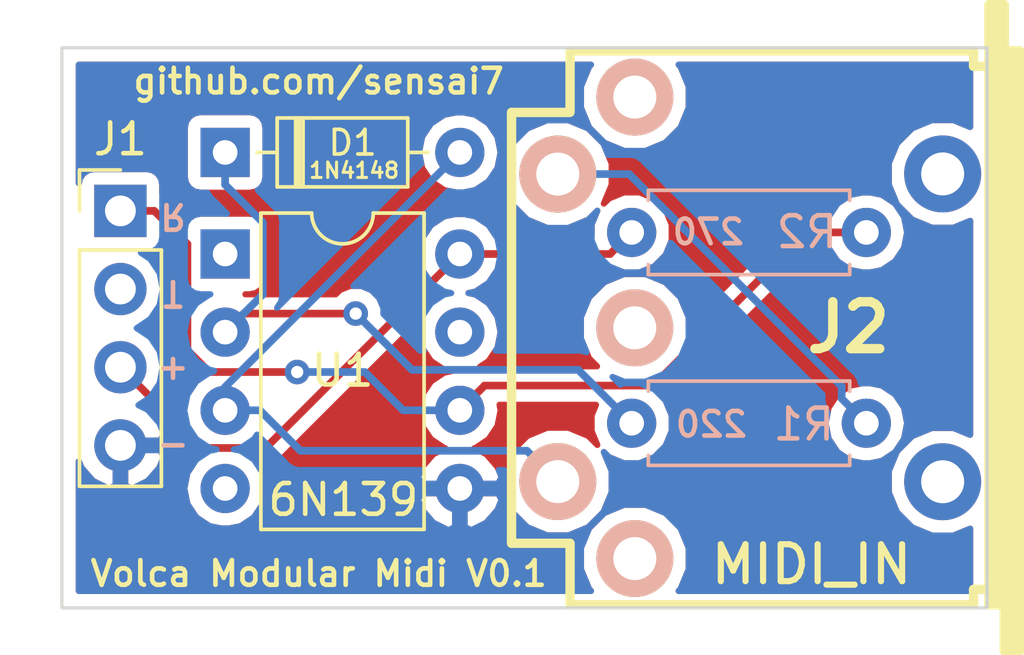
<source format=kicad_pcb>
(kicad_pcb (version 20171130) (host pcbnew "(5.0.2)-1")

  (general
    (thickness 1.6)
    (drawings 10)
    (tracks 44)
    (zones 0)
    (modules 6)
    (nets 14)
  )

  (page A4)
  (layers
    (0 F.Cu signal)
    (31 B.Cu signal)
    (32 B.Adhes user)
    (33 F.Adhes user)
    (34 B.Paste user)
    (35 F.Paste user)
    (36 B.SilkS user)
    (37 F.SilkS user)
    (38 B.Mask user)
    (39 F.Mask user)
    (40 Dwgs.User user)
    (41 Cmts.User user)
    (42 Eco1.User user)
    (43 Eco2.User user)
    (44 Edge.Cuts user)
    (45 Margin user)
    (46 B.CrtYd user)
    (47 F.CrtYd user)
    (48 B.Fab user)
    (49 F.Fab user)
  )

  (setup
    (last_trace_width 0.25)
    (trace_clearance 0.3)
    (zone_clearance 0.4)
    (zone_45_only no)
    (trace_min 0.2)
    (segment_width 0.1)
    (edge_width 0.1)
    (via_size 0.8)
    (via_drill 0.4)
    (via_min_size 0.4)
    (via_min_drill 0.3)
    (uvia_size 0.3)
    (uvia_drill 0.1)
    (uvias_allowed no)
    (uvia_min_size 0.2)
    (uvia_min_drill 0.1)
    (pcb_text_width 0.3)
    (pcb_text_size 1.5 1.5)
    (mod_edge_width 0.15)
    (mod_text_size 1 1)
    (mod_text_width 0.15)
    (pad_size 1.524 1.524)
    (pad_drill 0.762)
    (pad_to_mask_clearance 0.051)
    (solder_mask_min_width 0.25)
    (aux_axis_origin 0 0)
    (visible_elements FFFFFF7F)
    (pcbplotparams
      (layerselection 0x010fc_ffffffff)
      (usegerberextensions false)
      (usegerberattributes false)
      (usegerberadvancedattributes false)
      (creategerberjobfile false)
      (excludeedgelayer true)
      (linewidth 0.100000)
      (plotframeref false)
      (viasonmask false)
      (mode 1)
      (useauxorigin false)
      (hpglpennumber 1)
      (hpglpenspeed 20)
      (hpglpendiameter 15.000000)
      (psnegative false)
      (psa4output false)
      (plotreference true)
      (plotvalue true)
      (plotinvisibletext false)
      (padsonsilk false)
      (subtractmaskfromsilk false)
      (outputformat 1)
      (mirror false)
      (drillshape 0)
      (scaleselection 1)
      (outputdirectory "Gerber/"))
  )

  (net 0 "")
  (net 1 "Net-(D1-Pad1)")
  (net 2 "Net-(D1-Pad2)")
  (net 3 "Net-(J2-Pad3)")
  (net 4 "Net-(J2-Pad4)")
  (net 5 "Net-(J2-Pad2)")
  (net 6 "Net-(J2-Pad1)")
  (net 7 RX)
  (net 8 VCC)
  (net 9 "Net-(U1-Pad1)")
  (net 10 GND)
  (net 11 "Net-(U1-Pad7)")
  (net 12 "Net-(U1-Pad4)")
  (net 13 TX)

  (net_class Default "This is the default net class."
    (clearance 0.3)
    (trace_width 0.25)
    (via_dia 0.8)
    (via_drill 0.4)
    (uvia_dia 0.3)
    (uvia_drill 0.1)
    (add_net GND)
    (add_net "Net-(D1-Pad1)")
    (add_net "Net-(D1-Pad2)")
    (add_net "Net-(J2-Pad1)")
    (add_net "Net-(J2-Pad2)")
    (add_net "Net-(J2-Pad3)")
    (add_net "Net-(J2-Pad4)")
    (add_net "Net-(U1-Pad1)")
    (add_net "Net-(U1-Pad4)")
    (add_net "Net-(U1-Pad7)")
    (add_net RX)
    (add_net TX)
    (add_net VCC)
  )

  (module Connector_PinHeader_2.54mm:PinHeader_1x04_P2.54mm_Vertical (layer F.Cu) (tedit 59FED5CC) (tstamp 5CD05DEA)
    (at 118.861596 111.81355)
    (descr "Through hole straight pin header, 1x04, 2.54mm pitch, single row")
    (tags "Through hole pin header THT 1x04 2.54mm single row")
    (path /5CD054D4)
    (fp_text reference J1 (at 0 -2.33) (layer F.SilkS)
      (effects (font (size 1 1) (thickness 0.15)))
    )
    (fp_text value Conn_01x04_Male (at -3.061596 3.88645 90) (layer F.Fab)
      (effects (font (size 1 1) (thickness 0.15)))
    )
    (fp_line (start -0.635 -1.27) (end 1.27 -1.27) (layer F.Fab) (width 0.1))
    (fp_line (start 1.27 -1.27) (end 1.27 8.89) (layer F.Fab) (width 0.1))
    (fp_line (start 1.27 8.89) (end -1.27 8.89) (layer F.Fab) (width 0.1))
    (fp_line (start -1.27 8.89) (end -1.27 -0.635) (layer F.Fab) (width 0.1))
    (fp_line (start -1.27 -0.635) (end -0.635 -1.27) (layer F.Fab) (width 0.1))
    (fp_line (start -1.33 8.95) (end 1.33 8.95) (layer F.SilkS) (width 0.12))
    (fp_line (start -1.33 1.27) (end -1.33 8.95) (layer F.SilkS) (width 0.12))
    (fp_line (start 1.33 1.27) (end 1.33 8.95) (layer F.SilkS) (width 0.12))
    (fp_line (start -1.33 1.27) (end 1.33 1.27) (layer F.SilkS) (width 0.12))
    (fp_line (start -1.33 0) (end -1.33 -1.33) (layer F.SilkS) (width 0.12))
    (fp_line (start -1.33 -1.33) (end 0 -1.33) (layer F.SilkS) (width 0.12))
    (fp_line (start -1.8 -1.8) (end -1.8 9.4) (layer F.CrtYd) (width 0.05))
    (fp_line (start -1.8 9.4) (end 1.8 9.4) (layer F.CrtYd) (width 0.05))
    (fp_line (start 1.8 9.4) (end 1.8 -1.8) (layer F.CrtYd) (width 0.05))
    (fp_line (start 1.8 -1.8) (end -1.8 -1.8) (layer F.CrtYd) (width 0.05))
    (fp_text user %R (at 0 3.81 90) (layer F.Fab)
      (effects (font (size 1 1) (thickness 0.15)))
    )
    (pad 1 thru_hole rect (at 0 0) (size 1.7 1.7) (drill 1) (layers *.Cu *.Mask)
      (net 7 RX))
    (pad 2 thru_hole oval (at 0 2.54) (size 1.7 1.7) (drill 1) (layers *.Cu *.Mask)
      (net 13 TX))
    (pad 3 thru_hole oval (at 0 5.08) (size 1.7 1.7) (drill 1) (layers *.Cu *.Mask)
      (net 8 VCC))
    (pad 4 thru_hole oval (at 0 7.62) (size 1.7 1.7) (drill 1) (layers *.Cu *.Mask)
      (net 10 GND))
    (model ${KISYS3DMOD}/Connector_PinHeader_2.54mm.3dshapes/PinHeader_1x04_P2.54mm_Vertical.wrl
      (at (xyz 0 0 0))
      (scale (xyz 1 1 1))
      (rotate (xyz 0 0 0))
    )
  )

  (module Package_DIP:DIP-8_W7.62mm (layer F.Cu) (tedit 5CD05E3A) (tstamp 5CD05D96)
    (at 122.261596 113.21355)
    (descr "8-lead though-hole mounted DIP package, row spacing 7.62 mm (300 mils)")
    (tags "THT DIP DIL PDIP 2.54mm 7.62mm 300mil")
    (path /5CD056DD)
    (fp_text reference U1 (at 3.81 3.78645) (layer F.SilkS)
      (effects (font (size 1 1) (thickness 0.15)))
    )
    (fp_text value 6N139 (at 3.838404 7.98645) (layer F.SilkS)
      (effects (font (size 1 1) (thickness 0.15)))
    )
    (fp_arc (start 3.81 -1.33) (end 2.81 -1.33) (angle -180) (layer F.SilkS) (width 0.12))
    (fp_line (start 1.635 -1.27) (end 6.985 -1.27) (layer F.Fab) (width 0.1))
    (fp_line (start 6.985 -1.27) (end 6.985 8.89) (layer F.Fab) (width 0.1))
    (fp_line (start 6.985 8.89) (end 0.635 8.89) (layer F.Fab) (width 0.1))
    (fp_line (start 0.635 8.89) (end 0.635 -0.27) (layer F.Fab) (width 0.1))
    (fp_line (start 0.635 -0.27) (end 1.635 -1.27) (layer F.Fab) (width 0.1))
    (fp_line (start 2.81 -1.33) (end 1.16 -1.33) (layer F.SilkS) (width 0.12))
    (fp_line (start 1.16 -1.33) (end 1.16 8.95) (layer F.SilkS) (width 0.12))
    (fp_line (start 1.16 8.95) (end 6.46 8.95) (layer F.SilkS) (width 0.12))
    (fp_line (start 6.46 8.95) (end 6.46 -1.33) (layer F.SilkS) (width 0.12))
    (fp_line (start 6.46 -1.33) (end 4.81 -1.33) (layer F.SilkS) (width 0.12))
    (fp_line (start -1.1 -1.55) (end -1.1 9.15) (layer F.CrtYd) (width 0.05))
    (fp_line (start -1.1 9.15) (end 8.7 9.15) (layer F.CrtYd) (width 0.05))
    (fp_line (start 8.7 9.15) (end 8.7 -1.55) (layer F.CrtYd) (width 0.05))
    (fp_line (start 8.7 -1.55) (end -1.1 -1.55) (layer F.CrtYd) (width 0.05))
    (fp_text user %R (at 3.81 3.81) (layer F.Fab)
      (effects (font (size 1 1) (thickness 0.15)))
    )
    (pad 1 thru_hole rect (at 0 0) (size 1.6 1.6) (drill 0.8) (layers *.Cu *.Mask)
      (net 9 "Net-(U1-Pad1)"))
    (pad 5 thru_hole oval (at 7.62 7.62) (size 1.6 1.6) (drill 0.8) (layers *.Cu *.Mask)
      (net 10 GND))
    (pad 2 thru_hole oval (at 0 2.54) (size 1.6 1.6) (drill 0.8) (layers *.Cu *.Mask)
      (net 1 "Net-(D1-Pad1)"))
    (pad 6 thru_hole oval (at 7.62 5.08) (size 1.6 1.6) (drill 0.8) (layers *.Cu *.Mask)
      (net 7 RX))
    (pad 3 thru_hole oval (at 0 5.08) (size 1.6 1.6) (drill 0.8) (layers *.Cu *.Mask)
      (net 2 "Net-(D1-Pad2)"))
    (pad 7 thru_hole oval (at 7.62 2.54) (size 1.6 1.6) (drill 0.8) (layers *.Cu *.Mask)
      (net 11 "Net-(U1-Pad7)"))
    (pad 4 thru_hole oval (at 0 7.62) (size 1.6 1.6) (drill 0.8) (layers *.Cu *.Mask)
      (net 12 "Net-(U1-Pad4)"))
    (pad 8 thru_hole oval (at 7.62 0) (size 1.6 1.6) (drill 0.8) (layers *.Cu *.Mask)
      (net 8 VCC))
    (model ${KISYS3DMOD}/Package_DIP.3dshapes/DIP-8_W7.62mm.wrl
      (at (xyz 0 0 0))
      (scale (xyz 1 1 1))
      (rotate (xyz 0 0 0))
    )
  )

  (module Resistor_THT:R_Axial_DIN0207_L6.3mm_D2.5mm_P7.62mm_Horizontal (layer B.Cu) (tedit 5CD05ECA) (tstamp 5CD05D7A)
    (at 135.461596 112.51355)
    (descr "Resistor, Axial_DIN0207 series, Axial, Horizontal, pin pitch=7.62mm, 0.25W = 1/4W, length*diameter=6.3*2.5mm^2, http://cdn-reichelt.de/documents/datenblatt/B400/1_4W%23YAG.pdf")
    (tags "Resistor Axial_DIN0207 series Axial Horizontal pin pitch 7.62mm 0.25W = 1/4W length 6.3mm diameter 2.5mm")
    (path /5CD0588D)
    (fp_text reference R2 (at 5.688404 -0.01355) (layer B.SilkS)
      (effects (font (size 1 1) (thickness 0.15)) (justify mirror))
    )
    (fp_text value 270 (at 2.488404 -0.01355) (layer B.SilkS)
      (effects (font (size 0.8 0.8) (thickness 0.15)) (justify mirror))
    )
    (fp_text user %R (at 5.738404 0) (layer B.Fab)
      (effects (font (size 1 1) (thickness 0.15)) (justify mirror))
    )
    (fp_line (start 8.67 1.5) (end -1.05 1.5) (layer B.CrtYd) (width 0.05))
    (fp_line (start 8.67 -1.5) (end 8.67 1.5) (layer B.CrtYd) (width 0.05))
    (fp_line (start -1.05 -1.5) (end 8.67 -1.5) (layer B.CrtYd) (width 0.05))
    (fp_line (start -1.05 1.5) (end -1.05 -1.5) (layer B.CrtYd) (width 0.05))
    (fp_line (start 7.08 -1.37) (end 7.08 -1.04) (layer B.SilkS) (width 0.12))
    (fp_line (start 0.54 -1.37) (end 7.08 -1.37) (layer B.SilkS) (width 0.12))
    (fp_line (start 0.54 -1.04) (end 0.54 -1.37) (layer B.SilkS) (width 0.12))
    (fp_line (start 7.08 1.37) (end 7.08 1.04) (layer B.SilkS) (width 0.12))
    (fp_line (start 0.54 1.37) (end 7.08 1.37) (layer B.SilkS) (width 0.12))
    (fp_line (start 0.54 1.04) (end 0.54 1.37) (layer B.SilkS) (width 0.12))
    (fp_line (start 7.62 0) (end 6.96 0) (layer B.Fab) (width 0.1))
    (fp_line (start 0 0) (end 0.66 0) (layer B.Fab) (width 0.1))
    (fp_line (start 6.96 1.25) (end 0.66 1.25) (layer B.Fab) (width 0.1))
    (fp_line (start 6.96 -1.25) (end 6.96 1.25) (layer B.Fab) (width 0.1))
    (fp_line (start 0.66 -1.25) (end 6.96 -1.25) (layer B.Fab) (width 0.1))
    (fp_line (start 0.66 1.25) (end 0.66 -1.25) (layer B.Fab) (width 0.1))
    (pad 2 thru_hole oval (at 7.62 0) (size 1.6 1.6) (drill 0.8) (layers *.Cu *.Mask)
      (net 7 RX))
    (pad 1 thru_hole circle (at 0 0) (size 1.6 1.6) (drill 0.8) (layers *.Cu *.Mask)
      (net 8 VCC))
    (model ${KISYS3DMOD}/Resistor_THT.3dshapes/R_Axial_DIN0207_L6.3mm_D2.5mm_P7.62mm_Horizontal.wrl
      (at (xyz 0 0 0))
      (scale (xyz 1 1 1))
      (rotate (xyz 0 0 0))
    )
  )

  (module Resistor_THT:R_Axial_DIN0207_L6.3mm_D2.5mm_P7.62mm_Horizontal (layer B.Cu) (tedit 5CD05ECF) (tstamp 5CD05D63)
    (at 135.461596 118.71355)
    (descr "Resistor, Axial_DIN0207 series, Axial, Horizontal, pin pitch=7.62mm, 0.25W = 1/4W, length*diameter=6.3*2.5mm^2, http://cdn-reichelt.de/documents/datenblatt/B400/1_4W%23YAG.pdf")
    (tags "Resistor Axial_DIN0207 series Axial Horizontal pin pitch 7.62mm 0.25W = 1/4W length 6.3mm diameter 2.5mm")
    (path /5CD057EB)
    (fp_text reference R1 (at 5.588404 0.03645) (layer B.SilkS)
      (effects (font (size 1 1) (thickness 0.15)) (justify mirror))
    )
    (fp_text value 220 (at 2.588404 0.03645) (layer B.SilkS)
      (effects (font (size 0.8 0.8) (thickness 0.15)) (justify mirror))
    )
    (fp_line (start 0.66 1.25) (end 0.66 -1.25) (layer B.Fab) (width 0.1))
    (fp_line (start 0.66 -1.25) (end 6.96 -1.25) (layer B.Fab) (width 0.1))
    (fp_line (start 6.96 -1.25) (end 6.96 1.25) (layer B.Fab) (width 0.1))
    (fp_line (start 6.96 1.25) (end 0.66 1.25) (layer B.Fab) (width 0.1))
    (fp_line (start 0 0) (end 0.66 0) (layer B.Fab) (width 0.1))
    (fp_line (start 7.62 0) (end 6.96 0) (layer B.Fab) (width 0.1))
    (fp_line (start 0.54 1.04) (end 0.54 1.37) (layer B.SilkS) (width 0.12))
    (fp_line (start 0.54 1.37) (end 7.08 1.37) (layer B.SilkS) (width 0.12))
    (fp_line (start 7.08 1.37) (end 7.08 1.04) (layer B.SilkS) (width 0.12))
    (fp_line (start 0.54 -1.04) (end 0.54 -1.37) (layer B.SilkS) (width 0.12))
    (fp_line (start 0.54 -1.37) (end 7.08 -1.37) (layer B.SilkS) (width 0.12))
    (fp_line (start 7.08 -1.37) (end 7.08 -1.04) (layer B.SilkS) (width 0.12))
    (fp_line (start -1.05 1.5) (end -1.05 -1.5) (layer B.CrtYd) (width 0.05))
    (fp_line (start -1.05 -1.5) (end 8.67 -1.5) (layer B.CrtYd) (width 0.05))
    (fp_line (start 8.67 -1.5) (end 8.67 1.5) (layer B.CrtYd) (width 0.05))
    (fp_line (start 8.67 1.5) (end -1.05 1.5) (layer B.CrtYd) (width 0.05))
    (fp_text user %R (at 5.538404 0.08645) (layer B.Fab)
      (effects (font (size 1 1) (thickness 0.15)) (justify mirror))
    )
    (pad 1 thru_hole circle (at 0 0) (size 1.6 1.6) (drill 0.8) (layers *.Cu *.Mask)
      (net 1 "Net-(D1-Pad1)"))
    (pad 2 thru_hole oval (at 7.62 0) (size 1.6 1.6) (drill 0.8) (layers *.Cu *.Mask)
      (net 4 "Net-(J2-Pad4)"))
    (model ${KISYS3DMOD}/Resistor_THT.3dshapes/R_Axial_DIN0207_L6.3mm_D2.5mm_P7.62mm_Horizontal.wrl
      (at (xyz 0 0 0))
      (scale (xyz 1 1 1))
      (rotate (xyz 0 0 0))
    )
  )

  (module SensaiLib:din-5 (layer F.Cu) (tedit 5CD05871) (tstamp 5CD05D4C)
    (at 138.561596 115.61355 90)
    (descr "Din 5 (MIDI), Pro Signal P/N PSG03463")
    (path /5CD053D1)
    (fp_text reference J2 (at 0.01355 3.938404 180) (layer F.SilkS)
      (effects (font (size 1.524 1.524) (thickness 0.3048)))
    )
    (fp_text value MIDI_IN (at -7.68645 2.738404 180) (layer F.SilkS)
      (effects (font (size 1.2 1.2) (thickness 0.2)))
    )
    (fp_line (start -8.99922 8.7503) (end 10.50036 8.7503) (layer F.SilkS) (width 0.3048))
    (fp_line (start 8.99922 8.99922) (end -8.99922 8.99922) (layer F.SilkS) (width 0.3048))
    (fp_line (start -10.50036 9.25068) (end 8.99922 9.25068) (layer F.SilkS) (width 0.3048))
    (fp_line (start -8.99922 -5.08) (end -8.99922 8.001) (layer F.SilkS) (width 0.3048))
    (fp_line (start -7 -7.00024) (end 7 -7.00024) (layer F.SilkS) (width 0.3048))
    (fp_line (start 8.99922 -5.08) (end 8.99922 8.001) (layer F.SilkS) (width 0.3048))
    (fp_line (start 10.50036 8.99922) (end 8.99922 8.99922) (layer F.SilkS) (width 0.3048))
    (fp_line (start 8.99922 8.99922) (end 8.99922 9.4996) (layer F.SilkS) (width 0.3048))
    (fp_line (start 8.99922 9.4996) (end -10.50036 9.4996) (layer F.SilkS) (width 0.3048))
    (fp_line (start -10.50036 8.99922) (end -8.99922 8.99922) (layer F.SilkS) (width 0.3048))
    (fp_line (start -8.99922 8.99922) (end -8.99922 8.49884) (layer F.SilkS) (width 0.3048))
    (fp_line (start -8.99922 8.49884) (end 10.50036 8.49884) (layer F.SilkS) (width 0.3048))
    (fp_line (start 8.99922 8.001) (end 8.49884 8.001) (layer F.SilkS) (width 0.3048))
    (fp_line (start -8.99922 8.001) (end -8.49884 8.001) (layer F.SilkS) (width 0.3048))
    (fp_line (start 8.49884 8.49884) (end 8.49884 8.001) (layer F.SilkS) (width 0.3048))
    (fp_line (start -8.49884 8.001) (end -8.49884 8.49884) (layer F.SilkS) (width 0.3048))
    (fp_line (start -10.50036 9.4996) (end -10.50036 8.99922) (layer F.SilkS) (width 0.3048))
    (fp_line (start 10.50036 8.49884) (end 10.50036 8.99922) (layer F.SilkS) (width 0.3048))
    (fp_line (start -8.99 -5.10024) (end -7 -5.10024) (layer F.SilkS) (width 0.3048))
    (fp_line (start 7.01 -5.10024) (end 9 -5.10024) (layer F.SilkS) (width 0.3048))
    (fp_line (start -7.00024 -5.11) (end -7.00024 -7) (layer F.SilkS) (width 0.3048))
    (fp_line (start 6.99976 -5.11) (end 6.99976 -7) (layer F.SilkS) (width 0.3048))
    (pad 3 thru_hole circle (at -7.49808 -2.9972 90) (size 2.49936 2.49936) (drill 1.397) (layers *.Cu *.SilkS *.Mask)
      (net 3 "Net-(J2-Pad3)"))
    (pad 4 thru_hole circle (at 4.99618 -5.4991 90) (size 2.49936 2.49936) (drill 1.397) (layers *.Cu *.SilkS *.Mask)
      (net 4 "Net-(J2-Pad4)"))
    (pad 2 thru_hole circle (at 0 -2.99974 90) (size 2.49936 2.49936) (drill 1.397) (layers *.Cu *.SilkS *.Mask)
      (net 5 "Net-(J2-Pad2)"))
    (pad 1 thru_hole circle (at 7.49808 -2.9972 90) (size 2.49936 2.49936) (drill 1.397) (layers *.Cu *.SilkS *.Mask)
      (net 6 "Net-(J2-Pad1)"))
    (pad 5 thru_hole circle (at -4.99618 -5.4991 90) (size 2.49936 2.49936) (drill 1.397) (layers *.Cu *.SilkS *.Mask)
      (net 2 "Net-(D1-Pad2)"))
    (pad "" thru_hole circle (at 5.00126 6.9977 90) (size 2.49936 2.49936) (drill 1.397) (layers *.Cu *.Mask))
    (pad "" thru_hole circle (at -5.00126 6.9977 90) (size 2.49936 2.49936) (drill 1.397) (layers *.Cu *.Mask))
    (model walter/conn_av/din-5.wrl
      (at (xyz 0 0 0))
      (scale (xyz 1 1 1))
      (rotate (xyz 0 0 0))
    )
  )

  (module Diode_THT:D_DO-35_SOD27_P7.62mm_Horizontal (layer F.Cu) (tedit 5CD05EAE) (tstamp 5CD05648)
    (at 122.261596 109.91355)
    (descr "Diode, DO-35_SOD27 series, Axial, Horizontal, pin pitch=7.62mm, , length*diameter=4*2mm^2, , http://www.diodes.com/_files/packages/DO-35.pdf")
    (tags "Diode DO-35_SOD27 series Axial Horizontal pin pitch 7.62mm  length 4mm diameter 2mm")
    (path /5CD058FC)
    (fp_text reference D1 (at 4.138404 -0.31355) (layer F.SilkS)
      (effects (font (size 0.8 0.8) (thickness 0.12)))
    )
    (fp_text value 1N4148 (at 3.838404 2.18645) (layer F.Fab)
      (effects (font (size 1 1) (thickness 0.15)))
    )
    (fp_line (start 1.81 -1) (end 1.81 1) (layer F.Fab) (width 0.1))
    (fp_line (start 1.81 1) (end 5.81 1) (layer F.Fab) (width 0.1))
    (fp_line (start 5.81 1) (end 5.81 -1) (layer F.Fab) (width 0.1))
    (fp_line (start 5.81 -1) (end 1.81 -1) (layer F.Fab) (width 0.1))
    (fp_line (start 0 0) (end 1.81 0) (layer F.Fab) (width 0.1))
    (fp_line (start 7.62 0) (end 5.81 0) (layer F.Fab) (width 0.1))
    (fp_line (start 2.41 -1) (end 2.41 1) (layer F.Fab) (width 0.1))
    (fp_line (start 2.51 -1) (end 2.51 1) (layer F.Fab) (width 0.1))
    (fp_line (start 2.31 -1) (end 2.31 1) (layer F.Fab) (width 0.1))
    (fp_line (start 1.69 -1.12) (end 1.69 1.12) (layer F.SilkS) (width 0.12))
    (fp_line (start 1.69 1.12) (end 5.93 1.12) (layer F.SilkS) (width 0.12))
    (fp_line (start 5.93 1.12) (end 5.93 -1.12) (layer F.SilkS) (width 0.12))
    (fp_line (start 5.93 -1.12) (end 1.69 -1.12) (layer F.SilkS) (width 0.12))
    (fp_line (start 1.04 0) (end 1.69 0) (layer F.SilkS) (width 0.12))
    (fp_line (start 6.58 0) (end 5.93 0) (layer F.SilkS) (width 0.12))
    (fp_line (start 2.41 -1.12) (end 2.41 1.12) (layer F.SilkS) (width 0.12))
    (fp_line (start 2.53 -1.12) (end 2.53 1.12) (layer F.SilkS) (width 0.12))
    (fp_line (start 2.29 -1.12) (end 2.29 1.12) (layer F.SilkS) (width 0.12))
    (fp_line (start -1.05 -1.25) (end -1.05 1.25) (layer F.CrtYd) (width 0.05))
    (fp_line (start -1.05 1.25) (end 8.67 1.25) (layer F.CrtYd) (width 0.05))
    (fp_line (start 8.67 1.25) (end 8.67 -1.25) (layer F.CrtYd) (width 0.05))
    (fp_line (start 8.67 -1.25) (end -1.05 -1.25) (layer F.CrtYd) (width 0.05))
    (fp_text user 1N4148 (at 4.188404 0.58645) (layer F.SilkS)
      (effects (font (size 0.5 0.5) (thickness 0.1)))
    )
    (fp_text user K (at 0 -1.8) (layer F.Fab) hide
      (effects (font (size 1 1) (thickness 0.15)))
    )
    (fp_text user K (at 0 -1.8) (layer F.SilkS) hide
      (effects (font (size 1 1) (thickness 0.15)))
    )
    (pad 1 thru_hole rect (at 0 0) (size 1.6 1.6) (drill 0.8) (layers *.Cu *.Mask)
      (net 1 "Net-(D1-Pad1)"))
    (pad 2 thru_hole oval (at 7.62 0) (size 1.6 1.6) (drill 0.8) (layers *.Cu *.Mask)
      (net 2 "Net-(D1-Pad2)"))
    (model ${KISYS3DMOD}/Diode_THT.3dshapes/D_DO-35_SOD27_P7.62mm_Horizontal.wrl
      (at (xyz 0 0 0))
      (scale (xyz 1 1 1))
      (rotate (xyz 0 0 0))
    )
  )

  (gr_text - (at 120.569582 119.488529 180) (layer B.SilkS) (tstamp 5CD06DD0)
    (effects (font (size 0.8 0.8) (thickness 0.15)) (justify mirror))
  )
  (gr_text + (at 120.569582 116.988529 180) (layer B.SilkS) (tstamp 5CD06DD0)
    (effects (font (size 0.8 0.8) (thickness 0.15)) (justify mirror))
  )
  (gr_text T (at 120.569582 114.488529 180) (layer B.SilkS) (tstamp 5CD06DD0)
    (effects (font (size 0.8 0.8) (thickness 0.15)) (justify mirror))
  )
  (gr_text R (at 120.569582 111.988529 180) (layer B.SilkS) (tstamp 5CD06DCC)
    (effects (font (size 0.8 0.8) (thickness 0.15)) (justify mirror))
  )
  (gr_text "Volca Modular Midi V0.1" (at 125.3 123.6) (layer F.SilkS) (tstamp 5CD06C4D)
    (effects (font (size 0.8 0.8) (thickness 0.15)))
  )
  (gr_text github.com/sensai7 (at 125.3 107.6) (layer F.SilkS)
    (effects (font (size 0.8 0.8) (thickness 0.15)))
  )
  (gr_line (start 116.961596 124.71355) (end 147.001596 124.71355) (layer Edge.Cuts) (width 0.1))
  (gr_line (start 116.961596 106.51355) (end 116.961596 124.71355) (layer Edge.Cuts) (width 0.1))
  (gr_line (start 147.001596 106.51355) (end 116.961596 106.51355) (layer Edge.Cuts) (width 0.1))
  (gr_line (start 147.001596 124.71355) (end 147.001596 106.51355) (layer Edge.Cuts) (width 0.1))

  (segment (start 123.061595 114.953551) (end 122.261596 115.75355) (width 0.25) (layer B.Cu) (net 1))
  (segment (start 123.486597 114.528549) (end 123.061595 114.953551) (width 0.25) (layer B.Cu) (net 1))
  (segment (start 123.486597 112.188551) (end 123.486597 114.528549) (width 0.25) (layer B.Cu) (net 1))
  (segment (start 122.261596 110.96355) (end 123.486597 112.188551) (width 0.25) (layer B.Cu) (net 1))
  (segment (start 122.261596 109.91355) (end 122.261596 110.96355) (width 0.25) (layer B.Cu) (net 1))
  (segment (start 133.726597 116.978551) (end 128.328551 116.978551) (width 0.25) (layer B.Cu) (net 1))
  (segment (start 135.461596 118.71355) (end 133.726597 116.978551) (width 0.25) (layer B.Cu) (net 1))
  (segment (start 128.328551 116.978551) (end 126.5 115.15) (width 0.25) (layer B.Cu) (net 1))
  (segment (start 126.5 115.15) (end 126.5 115.15) (width 0.25) (layer B.Cu) (net 1) (tstamp 5CD0701A))
  (via (at 126.5 115.15) (size 0.8) (drill 0.4) (layers F.Cu B.Cu) (net 1))
  (segment (start 122.865146 115.15) (end 122.261596 115.75355) (width 0.25) (layer F.Cu) (net 1))
  (segment (start 126.5 115.15) (end 122.865146 115.15) (width 0.25) (layer F.Cu) (net 1))
  (segment (start 122.261596 117.53355) (end 122.261596 118.29355) (width 0.25) (layer B.Cu) (net 2))
  (segment (start 129.881596 109.91355) (end 122.261596 117.53355) (width 0.25) (layer B.Cu) (net 2))
  (segment (start 132.061315 119.608549) (end 133.062496 120.60973) (width 0.25) (layer B.Cu) (net 2))
  (segment (start 124.707965 119.608549) (end 132.061315 119.608549) (width 0.25) (layer B.Cu) (net 2))
  (segment (start 123.392966 118.29355) (end 124.707965 119.608549) (width 0.25) (layer B.Cu) (net 2))
  (segment (start 122.261596 118.29355) (end 123.392966 118.29355) (width 0.25) (layer B.Cu) (net 2))
  (segment (start 134.82981 110.61737) (end 133.062496 110.61737) (width 0.25) (layer B.Cu) (net 4))
  (segment (start 135.378418 110.61737) (end 134.82981 110.61737) (width 0.25) (layer B.Cu) (net 4))
  (segment (start 142.281597 117.520549) (end 135.378418 110.61737) (width 0.25) (layer B.Cu) (net 4))
  (segment (start 142.281597 117.913551) (end 142.281597 117.520549) (width 0.25) (layer B.Cu) (net 4))
  (segment (start 143.081596 118.71355) (end 142.281597 117.913551) (width 0.25) (layer B.Cu) (net 4))
  (segment (start 130.681595 117.493551) (end 129.881596 118.29355) (width 0.25) (layer F.Cu) (net 7))
  (segment (start 130.686597 117.488549) (end 130.681595 117.493551) (width 0.25) (layer F.Cu) (net 7))
  (segment (start 136.165386 117.488549) (end 130.686597 117.488549) (width 0.25) (layer F.Cu) (net 7))
  (segment (start 141.140385 112.51355) (end 136.165386 117.488549) (width 0.25) (layer F.Cu) (net 7))
  (segment (start 143.081596 112.51355) (end 141.140385 112.51355) (width 0.25) (layer F.Cu) (net 7))
  (segment (start 121.036595 116.341551) (end 121.745044 117.05) (width 0.25) (layer F.Cu) (net 7))
  (segment (start 121.036595 112.888549) (end 121.036595 116.341551) (width 0.25) (layer F.Cu) (net 7))
  (segment (start 118.861596 111.81355) (end 119.961596 111.81355) (width 0.25) (layer F.Cu) (net 7))
  (segment (start 119.961596 111.81355) (end 121.036595 112.888549) (width 0.25) (layer F.Cu) (net 7))
  (segment (start 121.745044 117.05) (end 124.6 117.05) (width 0.25) (layer F.Cu) (net 7))
  (segment (start 124.6 117.05) (end 124.6 117.05) (width 0.25) (layer F.Cu) (net 7) (tstamp 5CD0701C))
  (via (at 124.6 117.05) (size 0.8) (drill 0.4) (layers F.Cu B.Cu) (net 7))
  (segment (start 124.6 117.05) (end 126.8 117.05) (width 0.25) (layer B.Cu) (net 7))
  (segment (start 128.04355 118.29355) (end 129.881596 118.29355) (width 0.25) (layer B.Cu) (net 7))
  (segment (start 126.8 117.05) (end 128.04355 118.29355) (width 0.25) (layer B.Cu) (net 7))
  (segment (start 129.081597 114.013549) (end 129.881596 113.21355) (width 0.25) (layer F.Cu) (net 8))
  (segment (start 123.576595 119.518551) (end 129.081597 114.013549) (width 0.25) (layer F.Cu) (net 8))
  (segment (start 121.486597 119.518551) (end 123.576595 119.518551) (width 0.25) (layer F.Cu) (net 8))
  (segment (start 118.861596 116.89355) (end 121.486597 119.518551) (width 0.25) (layer F.Cu) (net 8))
  (segment (start 134.761596 113.21355) (end 135.461596 112.51355) (width 0.25) (layer F.Cu) (net 8))
  (segment (start 129.881596 113.21355) (end 134.761596 113.21355) (width 0.25) (layer F.Cu) (net 8))

  (zone (net 10) (net_name GND) (layer B.Cu) (tstamp 0) (hatch edge 0.508)
    (connect_pads (clearance 0.4))
    (min_thickness 0.2)
    (fill yes (arc_segments 16) (thermal_gap 0.508) (thermal_bridge_width 0.508))
    (polygon
      (pts
        (xy 116.95 106.5) (xy 116.95 124.7) (xy 147.4 124.7) (xy 147.4 106.55)
      )
    )
    (filled_polygon
      (pts
        (xy 134.081089 107.124356) (xy 133.814716 107.767437) (xy 133.814716 108.463503) (xy 134.081089 109.106584) (xy 134.573282 109.598777)
        (xy 135.216363 109.86515) (xy 135.912429 109.86515) (xy 136.55551 109.598777) (xy 137.047703 109.106584) (xy 137.314076 108.463503)
        (xy 137.314076 107.767437) (xy 137.047703 107.124356) (xy 136.986897 107.06355) (xy 146.451597 107.06355) (xy 146.451597 109.088053)
        (xy 145.907329 108.86261) (xy 145.211263 108.86261) (xy 144.568182 109.128983) (xy 144.075989 109.621176) (xy 143.809616 110.264257)
        (xy 143.809616 110.960323) (xy 144.075989 111.603404) (xy 144.568182 112.095597) (xy 145.211263 112.36197) (xy 145.907329 112.36197)
        (xy 146.451597 112.136527) (xy 146.451596 119.090573) (xy 145.907329 118.86513) (xy 145.211263 118.86513) (xy 144.568182 119.131503)
        (xy 144.075989 119.623696) (xy 143.809616 120.266777) (xy 143.809616 120.962843) (xy 144.075989 121.605924) (xy 144.568182 122.098117)
        (xy 145.211263 122.36449) (xy 145.907329 122.36449) (xy 146.451596 122.139047) (xy 146.451596 124.16355) (xy 136.986897 124.16355)
        (xy 137.047703 124.102744) (xy 137.314076 123.459663) (xy 137.314076 122.763597) (xy 137.047703 122.120516) (xy 136.55551 121.628323)
        (xy 135.912429 121.36195) (xy 135.216363 121.36195) (xy 134.573282 121.628323) (xy 134.081089 122.120516) (xy 133.814716 122.763597)
        (xy 133.814716 123.459663) (xy 134.081089 124.102744) (xy 134.141895 124.16355) (xy 117.511596 124.16355) (xy 117.511596 119.952263)
        (xy 117.598119 120.161166) (xy 117.972742 120.589291) (xy 118.482685 120.841465) (xy 118.707596 120.731406) (xy 118.707596 119.58755)
        (xy 119.015596 119.58755) (xy 119.015596 120.731406) (xy 119.240507 120.841465) (xy 119.75045 120.589291) (xy 120.125073 120.161166)
        (xy 120.269499 119.81246) (xy 120.158485 119.58755) (xy 119.015596 119.58755) (xy 118.707596 119.58755) (xy 118.687596 119.58755)
        (xy 118.687596 119.27955) (xy 118.707596 119.27955) (xy 118.707596 119.25955) (xy 119.015596 119.25955) (xy 119.015596 119.27955)
        (xy 120.158485 119.27955) (xy 120.269499 119.05464) (xy 120.125073 118.705934) (xy 119.75045 118.277809) (xy 119.445519 118.127016)
        (xy 119.834892 117.866846) (xy 120.133268 117.420294) (xy 120.238044 116.89355) (xy 120.133268 116.366806) (xy 119.834892 115.920254)
        (xy 119.585402 115.75355) (xy 120.936128 115.75355) (xy 121.037023 116.260785) (xy 121.324349 116.690797) (xy 121.754361 116.978123)
        (xy 121.90348 117.007784) (xy 121.864119 117.047145) (xy 121.754361 117.068977) (xy 121.324349 117.356303) (xy 121.037023 117.786315)
        (xy 120.936128 118.29355) (xy 121.037023 118.800785) (xy 121.324349 119.230797) (xy 121.754361 119.518123) (xy 121.982738 119.56355)
        (xy 121.754361 119.608977) (xy 121.324349 119.896303) (xy 121.037023 120.326315) (xy 120.936128 120.83355) (xy 121.037023 121.340785)
        (xy 121.324349 121.770797) (xy 121.754361 122.058123) (xy 122.133559 122.13355) (xy 122.389633 122.13355) (xy 122.768831 122.058123)
        (xy 123.198843 121.770797) (xy 123.486169 121.340785) (xy 123.513259 121.204592) (xy 128.523365 121.204592) (xy 128.658805 121.531606)
        (xy 129.019019 121.946411) (xy 129.510552 122.191793) (xy 129.727596 122.081115) (xy 129.727596 120.98755) (xy 130.035596 120.98755)
        (xy 130.035596 122.081115) (xy 130.25264 122.191793) (xy 130.744173 121.946411) (xy 131.104387 121.531606) (xy 131.239827 121.204592)
        (xy 131.128119 120.98755) (xy 130.035596 120.98755) (xy 129.727596 120.98755) (xy 128.635073 120.98755) (xy 128.523365 121.204592)
        (xy 123.513259 121.204592) (xy 123.587064 120.83355) (xy 123.486169 120.326315) (xy 123.198843 119.896303) (xy 122.768831 119.608977)
        (xy 122.540454 119.56355) (xy 122.768831 119.518123) (xy 123.198843 119.230797) (xy 123.297973 119.082439) (xy 124.222496 120.006964)
        (xy 124.257365 120.059149) (xy 124.464102 120.197286) (xy 124.64641 120.233549) (xy 124.707964 120.245793) (xy 124.769518 120.233549)
        (xy 128.618193 120.233549) (xy 128.523365 120.462508) (xy 128.635073 120.67955) (xy 129.727596 120.67955) (xy 129.727596 120.65955)
        (xy 130.035596 120.65955) (xy 130.035596 120.67955) (xy 131.128119 120.67955) (xy 131.239827 120.462508) (xy 131.144999 120.233549)
        (xy 131.324475 120.233549) (xy 131.312816 120.261697) (xy 131.312816 120.957763) (xy 131.579189 121.600844) (xy 132.071382 122.093037)
        (xy 132.714463 122.35941) (xy 133.410529 122.35941) (xy 134.05361 122.093037) (xy 134.545803 121.600844) (xy 134.812176 120.957763)
        (xy 134.812176 120.261697) (xy 134.558262 119.648694) (xy 134.725205 119.815637) (xy 135.20301 120.01355) (xy 135.720182 120.01355)
        (xy 136.197987 119.815637) (xy 136.563683 119.449941) (xy 136.761596 118.972136) (xy 136.761596 118.454964) (xy 136.563683 117.977159)
        (xy 136.197987 117.611463) (xy 135.720182 117.41355) (xy 135.20301 117.41355) (xy 135.091618 117.45969) (xy 134.840539 117.208611)
        (xy 135.213823 117.36323) (xy 135.909889 117.36323) (xy 136.55297 117.096857) (xy 137.045163 116.604664) (xy 137.311536 115.961583)
        (xy 137.311536 115.265517) (xy 137.045163 114.622436) (xy 136.55297 114.130243) (xy 135.909889 113.86387) (xy 135.213823 113.86387)
        (xy 134.570742 114.130243) (xy 134.078549 114.622436) (xy 133.812176 115.265517) (xy 133.812176 115.961583) (xy 133.996863 116.407456)
        (xy 133.97046 116.389814) (xy 133.788152 116.353551) (xy 133.726597 116.341307) (xy 133.665042 116.353551) (xy 131.044184 116.353551)
        (xy 131.106169 116.260785) (xy 131.207064 115.75355) (xy 131.106169 115.246315) (xy 130.818843 114.816303) (xy 130.388831 114.528977)
        (xy 130.160454 114.48355) (xy 130.388831 114.438123) (xy 130.818843 114.150797) (xy 131.106169 113.720785) (xy 131.207064 113.21355)
        (xy 131.106169 112.706315) (xy 130.818843 112.276303) (xy 130.388831 111.988977) (xy 130.009633 111.91355) (xy 129.753559 111.91355)
        (xy 129.374361 111.988977) (xy 128.944349 112.276303) (xy 128.657023 112.706315) (xy 128.556128 113.21355) (xy 128.657023 113.720785)
        (xy 128.944349 114.150797) (xy 129.374361 114.438123) (xy 129.602738 114.48355) (xy 129.374361 114.528977) (xy 128.944349 114.816303)
        (xy 128.657023 115.246315) (xy 128.556128 115.75355) (xy 128.657023 116.260785) (xy 128.719008 116.353551) (xy 128.587434 116.353551)
        (xy 127.4 115.166118) (xy 127.4 114.970979) (xy 127.262983 114.640191) (xy 127.009809 114.387017) (xy 126.679021 114.25)
        (xy 126.429029 114.25) (xy 129.513275 111.165755) (xy 129.753559 111.21355) (xy 130.009633 111.21355) (xy 130.388831 111.138123)
        (xy 130.818843 110.850797) (xy 131.106169 110.420785) (xy 131.136293 110.269337) (xy 131.312816 110.269337) (xy 131.312816 110.965403)
        (xy 131.579189 111.608484) (xy 132.071382 112.100677) (xy 132.714463 112.36705) (xy 133.410529 112.36705) (xy 134.05361 112.100677)
        (xy 134.347051 111.807236) (xy 134.161596 112.254964) (xy 134.161596 112.772136) (xy 134.359509 113.249941) (xy 134.725205 113.615637)
        (xy 135.20301 113.81355) (xy 135.720182 113.81355) (xy 136.197987 113.615637) (xy 136.563683 113.249941) (xy 136.728706 112.85154)
        (xy 141.656597 117.779433) (xy 141.656597 117.851996) (xy 141.644353 117.913551) (xy 141.666648 118.025635) (xy 141.69286 118.157413)
        (xy 141.826859 118.357958) (xy 141.756128 118.71355) (xy 141.857023 119.220785) (xy 142.144349 119.650797) (xy 142.574361 119.938123)
        (xy 142.953559 120.01355) (xy 143.209633 120.01355) (xy 143.588831 119.938123) (xy 144.018843 119.650797) (xy 144.306169 119.220785)
        (xy 144.407064 118.71355) (xy 144.306169 118.206315) (xy 144.018843 117.776303) (xy 143.588831 117.488977) (xy 143.209633 117.41355)
        (xy 142.953559 117.41355) (xy 142.899689 117.424265) (xy 142.898899 117.420294) (xy 142.870334 117.276686) (xy 142.732197 117.069949)
        (xy 142.680012 117.03508) (xy 138.158481 112.51355) (xy 141.756128 112.51355) (xy 141.857023 113.020785) (xy 142.144349 113.450797)
        (xy 142.574361 113.738123) (xy 142.953559 113.81355) (xy 143.209633 113.81355) (xy 143.588831 113.738123) (xy 144.018843 113.450797)
        (xy 144.306169 113.020785) (xy 144.407064 112.51355) (xy 144.306169 112.006315) (xy 144.018843 111.576303) (xy 143.588831 111.288977)
        (xy 143.209633 111.21355) (xy 142.953559 111.21355) (xy 142.574361 111.288977) (xy 142.144349 111.576303) (xy 141.857023 112.006315)
        (xy 141.756128 112.51355) (xy 138.158481 112.51355) (xy 135.86389 110.21896) (xy 135.829018 110.16677) (xy 135.622281 110.028633)
        (xy 135.439973 109.99237) (xy 135.378418 109.980126) (xy 135.316863 109.99237) (xy 134.697452 109.99237) (xy 134.545803 109.626256)
        (xy 134.05361 109.134063) (xy 133.410529 108.86769) (xy 132.714463 108.86769) (xy 132.071382 109.134063) (xy 131.579189 109.626256)
        (xy 131.312816 110.269337) (xy 131.136293 110.269337) (xy 131.207064 109.91355) (xy 131.106169 109.406315) (xy 130.818843 108.976303)
        (xy 130.388831 108.688977) (xy 130.009633 108.61355) (xy 129.753559 108.61355) (xy 129.374361 108.688977) (xy 128.944349 108.976303)
        (xy 128.657023 109.406315) (xy 128.556128 109.91355) (xy 128.629391 110.281871) (xy 123.947432 114.963832) (xy 124.075334 114.772412)
        (xy 124.111597 114.590104) (xy 124.123841 114.528549) (xy 124.111597 114.466994) (xy 124.111597 112.250105) (xy 124.123841 112.18855)
        (xy 124.075334 111.944688) (xy 124.047983 111.903755) (xy 123.937197 111.737951) (xy 123.88501 111.703081) (xy 123.322495 111.140567)
        (xy 123.422076 111.07403) (xy 123.532585 110.90864) (xy 123.571391 110.71355) (xy 123.571391 109.11355) (xy 123.532585 108.91846)
        (xy 123.422076 108.75307) (xy 123.256686 108.642561) (xy 123.061596 108.603755) (xy 121.461596 108.603755) (xy 121.266506 108.642561)
        (xy 121.101116 108.75307) (xy 120.990607 108.91846) (xy 120.951801 109.11355) (xy 120.951801 110.71355) (xy 120.990607 110.90864)
        (xy 121.101116 111.07403) (xy 121.266506 111.184539) (xy 121.461596 111.223345) (xy 121.683505 111.223345) (xy 121.810997 111.41415)
        (xy 121.863184 111.44902) (xy 122.317919 111.903755) (xy 121.461596 111.903755) (xy 121.266506 111.942561) (xy 121.101116 112.05307)
        (xy 120.990607 112.21846) (xy 120.951801 112.41355) (xy 120.951801 114.01355) (xy 120.990607 114.20864) (xy 121.101116 114.37403)
        (xy 121.266506 114.484539) (xy 121.461596 114.523345) (xy 121.782675 114.523345) (xy 121.754361 114.528977) (xy 121.324349 114.816303)
        (xy 121.037023 115.246315) (xy 120.936128 115.75355) (xy 119.585402 115.75355) (xy 119.390842 115.62355) (xy 119.834892 115.326846)
        (xy 120.133268 114.880294) (xy 120.238044 114.35355) (xy 120.133268 113.826806) (xy 119.834892 113.380254) (xy 119.52523 113.173345)
        (xy 119.711596 113.173345) (xy 119.906686 113.134539) (xy 120.072076 113.02403) (xy 120.182585 112.85864) (xy 120.221391 112.66355)
        (xy 120.221391 110.96355) (xy 120.182585 110.76846) (xy 120.072076 110.60307) (xy 119.906686 110.492561) (xy 119.711596 110.453755)
        (xy 118.011596 110.453755) (xy 117.816506 110.492561) (xy 117.651116 110.60307) (xy 117.540607 110.76846) (xy 117.511596 110.914307)
        (xy 117.511596 107.06355) (xy 134.141895 107.06355)
      )
    )
  )
  (zone (net 10) (net_name GND) (layer F.Cu) (tstamp 5CD06F57) (hatch edge 0.508)
    (connect_pads (clearance 0.4))
    (min_thickness 0.2)
    (fill yes (arc_segments 16) (thermal_gap 0.508) (thermal_bridge_width 0.508))
    (polygon
      (pts
        (xy 116.938404 106.48645) (xy 116.938404 124.68645) (xy 147.388404 124.68645) (xy 147.388404 106.53645)
      )
    )
    (filled_polygon
      (pts
        (xy 134.081089 107.124356) (xy 133.814716 107.767437) (xy 133.814716 108.463503) (xy 134.081089 109.106584) (xy 134.573282 109.598777)
        (xy 135.216363 109.86515) (xy 135.912429 109.86515) (xy 136.55551 109.598777) (xy 137.047703 109.106584) (xy 137.314076 108.463503)
        (xy 137.314076 107.767437) (xy 137.047703 107.124356) (xy 136.986897 107.06355) (xy 146.451597 107.06355) (xy 146.451597 109.088053)
        (xy 145.907329 108.86261) (xy 145.211263 108.86261) (xy 144.568182 109.128983) (xy 144.075989 109.621176) (xy 143.809616 110.264257)
        (xy 143.809616 110.960323) (xy 144.075989 111.603404) (xy 144.568182 112.095597) (xy 145.211263 112.36197) (xy 145.907329 112.36197)
        (xy 146.451597 112.136527) (xy 146.451596 119.090573) (xy 145.907329 118.86513) (xy 145.211263 118.86513) (xy 144.568182 119.131503)
        (xy 144.075989 119.623696) (xy 143.809616 120.266777) (xy 143.809616 120.962843) (xy 144.075989 121.605924) (xy 144.568182 122.098117)
        (xy 145.211263 122.36449) (xy 145.907329 122.36449) (xy 146.451596 122.139047) (xy 146.451596 124.16355) (xy 136.986897 124.16355)
        (xy 137.047703 124.102744) (xy 137.314076 123.459663) (xy 137.314076 122.763597) (xy 137.047703 122.120516) (xy 136.55551 121.628323)
        (xy 135.912429 121.36195) (xy 135.216363 121.36195) (xy 134.573282 121.628323) (xy 134.081089 122.120516) (xy 133.814716 122.763597)
        (xy 133.814716 123.459663) (xy 134.081089 124.102744) (xy 134.141895 124.16355) (xy 117.511596 124.16355) (xy 117.511596 119.952263)
        (xy 117.598119 120.161166) (xy 117.972742 120.589291) (xy 118.482685 120.841465) (xy 118.707596 120.731406) (xy 118.707596 119.58755)
        (xy 119.015596 119.58755) (xy 119.015596 120.731406) (xy 119.240507 120.841465) (xy 119.75045 120.589291) (xy 120.125073 120.161166)
        (xy 120.269499 119.81246) (xy 120.158485 119.58755) (xy 119.015596 119.58755) (xy 118.707596 119.58755) (xy 118.687596 119.58755)
        (xy 118.687596 119.27955) (xy 118.707596 119.27955) (xy 118.707596 119.25955) (xy 119.015596 119.25955) (xy 119.015596 119.27955)
        (xy 120.158485 119.27955) (xy 120.226308 119.142144) (xy 121.001126 119.916963) (xy 121.035997 119.969151) (xy 121.201695 120.079867)
        (xy 121.037023 120.326315) (xy 120.936128 120.83355) (xy 121.037023 121.340785) (xy 121.324349 121.770797) (xy 121.754361 122.058123)
        (xy 122.133559 122.13355) (xy 122.389633 122.13355) (xy 122.768831 122.058123) (xy 123.198843 121.770797) (xy 123.486169 121.340785)
        (xy 123.513259 121.204592) (xy 128.523365 121.204592) (xy 128.658805 121.531606) (xy 129.019019 121.946411) (xy 129.510552 122.191793)
        (xy 129.727596 122.081115) (xy 129.727596 120.98755) (xy 130.035596 120.98755) (xy 130.035596 122.081115) (xy 130.25264 122.191793)
        (xy 130.744173 121.946411) (xy 131.104387 121.531606) (xy 131.239827 121.204592) (xy 131.128119 120.98755) (xy 130.035596 120.98755)
        (xy 129.727596 120.98755) (xy 128.635073 120.98755) (xy 128.523365 121.204592) (xy 123.513259 121.204592) (xy 123.587064 120.83355)
        (xy 123.486169 120.326315) (xy 123.36405 120.143551) (xy 123.51504 120.143551) (xy 123.576595 120.155795) (xy 123.63815 120.143551)
        (xy 123.820458 120.107288) (xy 124.027195 119.969151) (xy 124.062067 119.916961) (xy 128.638229 115.340801) (xy 128.556128 115.75355)
        (xy 128.657023 116.260785) (xy 128.944349 116.690797) (xy 129.374361 116.978123) (xy 129.602738 117.02355) (xy 129.374361 117.068977)
        (xy 128.944349 117.356303) (xy 128.657023 117.786315) (xy 128.556128 118.29355) (xy 128.657023 118.800785) (xy 128.944349 119.230797)
        (xy 129.374361 119.518123) (xy 129.410419 119.525295) (xy 129.019019 119.720689) (xy 128.658805 120.135494) (xy 128.523365 120.462508)
        (xy 128.635073 120.67955) (xy 129.727596 120.67955) (xy 129.727596 120.65955) (xy 130.035596 120.65955) (xy 130.035596 120.67955)
        (xy 131.128119 120.67955) (xy 131.239827 120.462508) (xy 131.104387 120.135494) (xy 130.744173 119.720689) (xy 130.352773 119.525295)
        (xy 130.388831 119.518123) (xy 130.818843 119.230797) (xy 131.106169 118.800785) (xy 131.207064 118.29355) (xy 131.17126 118.113549)
        (xy 134.303015 118.113549) (xy 134.161596 118.454964) (xy 134.161596 118.972136) (xy 134.347051 119.419864) (xy 134.05361 119.126423)
        (xy 133.410529 118.86005) (xy 132.714463 118.86005) (xy 132.071382 119.126423) (xy 131.579189 119.618616) (xy 131.312816 120.261697)
        (xy 131.312816 120.957763) (xy 131.579189 121.600844) (xy 132.071382 122.093037) (xy 132.714463 122.35941) (xy 133.410529 122.35941)
        (xy 134.05361 122.093037) (xy 134.545803 121.600844) (xy 134.812176 120.957763) (xy 134.812176 120.261697) (xy 134.558262 119.648694)
        (xy 134.725205 119.815637) (xy 135.20301 120.01355) (xy 135.720182 120.01355) (xy 136.197987 119.815637) (xy 136.563683 119.449941)
        (xy 136.761596 118.972136) (xy 136.761596 118.71355) (xy 141.756128 118.71355) (xy 141.857023 119.220785) (xy 142.144349 119.650797)
        (xy 142.574361 119.938123) (xy 142.953559 120.01355) (xy 143.209633 120.01355) (xy 143.588831 119.938123) (xy 144.018843 119.650797)
        (xy 144.306169 119.220785) (xy 144.407064 118.71355) (xy 144.306169 118.206315) (xy 144.018843 117.776303) (xy 143.588831 117.488977)
        (xy 143.209633 117.41355) (xy 142.953559 117.41355) (xy 142.574361 117.488977) (xy 142.144349 117.776303) (xy 141.857023 118.206315)
        (xy 141.756128 118.71355) (xy 136.761596 118.71355) (xy 136.761596 118.454964) (xy 136.563683 117.977159) (xy 136.561847 117.975323)
        (xy 136.615986 117.939149) (xy 136.650859 117.886959) (xy 141.399268 113.13855) (xy 141.935711 113.13855) (xy 142.144349 113.450797)
        (xy 142.574361 113.738123) (xy 142.953559 113.81355) (xy 143.209633 113.81355) (xy 143.588831 113.738123) (xy 144.018843 113.450797)
        (xy 144.306169 113.020785) (xy 144.407064 112.51355) (xy 144.306169 112.006315) (xy 144.018843 111.576303) (xy 143.588831 111.288977)
        (xy 143.209633 111.21355) (xy 142.953559 111.21355) (xy 142.574361 111.288977) (xy 142.144349 111.576303) (xy 141.935711 111.88855)
        (xy 141.201939 111.88855) (xy 141.140384 111.876306) (xy 140.953145 111.91355) (xy 140.896522 111.924813) (xy 140.689785 112.06295)
        (xy 140.654914 112.115138) (xy 137.311536 115.458517) (xy 137.311536 115.265517) (xy 137.045163 114.622436) (xy 136.55297 114.130243)
        (xy 135.909889 113.86387) (xy 135.213823 113.86387) (xy 134.570742 114.130243) (xy 134.078549 114.622436) (xy 133.812176 115.265517)
        (xy 133.812176 115.961583) (xy 134.078549 116.604664) (xy 134.337434 116.863549) (xy 130.748152 116.863549) (xy 130.686597 116.851305)
        (xy 130.625042 116.863549) (xy 130.532861 116.881885) (xy 130.818843 116.690797) (xy 131.106169 116.260785) (xy 131.207064 115.75355)
        (xy 131.106169 115.246315) (xy 130.818843 114.816303) (xy 130.388831 114.528977) (xy 130.160454 114.48355) (xy 130.388831 114.438123)
        (xy 130.818843 114.150797) (xy 131.027481 113.83855) (xy 134.700041 113.83855) (xy 134.761596 113.850794) (xy 134.823151 113.83855)
        (xy 135.005459 113.802287) (xy 135.070653 113.758726) (xy 135.20301 113.81355) (xy 135.720182 113.81355) (xy 136.197987 113.615637)
        (xy 136.563683 113.249941) (xy 136.761596 112.772136) (xy 136.761596 112.254964) (xy 136.563683 111.777159) (xy 136.197987 111.411463)
        (xy 135.720182 111.21355) (xy 135.20301 111.21355) (xy 134.725205 111.411463) (xy 134.558262 111.578406) (xy 134.812176 110.965403)
        (xy 134.812176 110.269337) (xy 134.545803 109.626256) (xy 134.05361 109.134063) (xy 133.410529 108.86769) (xy 132.714463 108.86769)
        (xy 132.071382 109.134063) (xy 131.579189 109.626256) (xy 131.312816 110.269337) (xy 131.312816 110.965403) (xy 131.579189 111.608484)
        (xy 132.071382 112.100677) (xy 132.714463 112.36705) (xy 133.410529 112.36705) (xy 134.05361 112.100677) (xy 134.347051 111.807236)
        (xy 134.161596 112.254964) (xy 134.161596 112.58855) (xy 131.027481 112.58855) (xy 130.818843 112.276303) (xy 130.388831 111.988977)
        (xy 130.009633 111.91355) (xy 129.753559 111.91355) (xy 129.374361 111.988977) (xy 128.944349 112.276303) (xy 128.657023 112.706315)
        (xy 128.556128 113.21355) (xy 128.629391 113.581871) (xy 127.35322 114.858042) (xy 127.262983 114.640191) (xy 127.009809 114.387017)
        (xy 126.679021 114.25) (xy 126.320979 114.25) (xy 125.990191 114.387017) (xy 125.852208 114.525) (xy 122.926701 114.525)
        (xy 122.918381 114.523345) (xy 123.061596 114.523345) (xy 123.256686 114.484539) (xy 123.422076 114.37403) (xy 123.532585 114.20864)
        (xy 123.571391 114.01355) (xy 123.571391 112.41355) (xy 123.532585 112.21846) (xy 123.422076 112.05307) (xy 123.256686 111.942561)
        (xy 123.061596 111.903755) (xy 121.461596 111.903755) (xy 121.266506 111.942561) (xy 121.101116 112.05307) (xy 121.09466 112.062732)
        (xy 120.447068 111.41514) (xy 120.412196 111.36295) (xy 120.221391 111.235458) (xy 120.221391 110.96355) (xy 120.182585 110.76846)
        (xy 120.072076 110.60307) (xy 119.906686 110.492561) (xy 119.711596 110.453755) (xy 118.011596 110.453755) (xy 117.816506 110.492561)
        (xy 117.651116 110.60307) (xy 117.540607 110.76846) (xy 117.511596 110.914307) (xy 117.511596 109.11355) (xy 120.951801 109.11355)
        (xy 120.951801 110.71355) (xy 120.990607 110.90864) (xy 121.101116 111.07403) (xy 121.266506 111.184539) (xy 121.461596 111.223345)
        (xy 123.061596 111.223345) (xy 123.256686 111.184539) (xy 123.422076 111.07403) (xy 123.532585 110.90864) (xy 123.571391 110.71355)
        (xy 123.571391 109.91355) (xy 128.556128 109.91355) (xy 128.657023 110.420785) (xy 128.944349 110.850797) (xy 129.374361 111.138123)
        (xy 129.753559 111.21355) (xy 130.009633 111.21355) (xy 130.388831 111.138123) (xy 130.818843 110.850797) (xy 131.106169 110.420785)
        (xy 131.207064 109.91355) (xy 131.106169 109.406315) (xy 130.818843 108.976303) (xy 130.388831 108.688977) (xy 130.009633 108.61355)
        (xy 129.753559 108.61355) (xy 129.374361 108.688977) (xy 128.944349 108.976303) (xy 128.657023 109.406315) (xy 128.556128 109.91355)
        (xy 123.571391 109.91355) (xy 123.571391 109.11355) (xy 123.532585 108.91846) (xy 123.422076 108.75307) (xy 123.256686 108.642561)
        (xy 123.061596 108.603755) (xy 121.461596 108.603755) (xy 121.266506 108.642561) (xy 121.101116 108.75307) (xy 120.990607 108.91846)
        (xy 120.951801 109.11355) (xy 117.511596 109.11355) (xy 117.511596 107.06355) (xy 134.141895 107.06355)
      )
    )
  )
)

</source>
